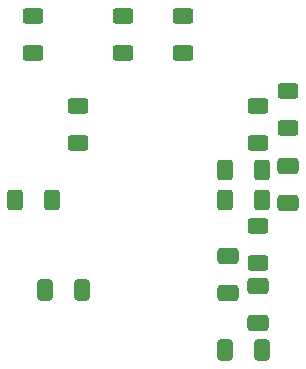
<source format=gbr>
%TF.GenerationSoftware,KiCad,Pcbnew,(6.0.5)*%
%TF.CreationDate,2023-05-17T00:23:09-04:00*%
%TF.ProjectId,as3340_no_mux,61733333-3430-45f6-9e6f-5f6d75782e6b,rev?*%
%TF.SameCoordinates,Original*%
%TF.FileFunction,Paste,Top*%
%TF.FilePolarity,Positive*%
%FSLAX46Y46*%
G04 Gerber Fmt 4.6, Leading zero omitted, Abs format (unit mm)*
G04 Created by KiCad (PCBNEW (6.0.5)) date 2023-05-17 00:23:09*
%MOMM*%
%LPD*%
G01*
G04 APERTURE LIST*
G04 Aperture macros list*
%AMRoundRect*
0 Rectangle with rounded corners*
0 $1 Rounding radius*
0 $2 $3 $4 $5 $6 $7 $8 $9 X,Y pos of 4 corners*
0 Add a 4 corners polygon primitive as box body*
4,1,4,$2,$3,$4,$5,$6,$7,$8,$9,$2,$3,0*
0 Add four circle primitives for the rounded corners*
1,1,$1+$1,$2,$3*
1,1,$1+$1,$4,$5*
1,1,$1+$1,$6,$7*
1,1,$1+$1,$8,$9*
0 Add four rect primitives between the rounded corners*
20,1,$1+$1,$2,$3,$4,$5,0*
20,1,$1+$1,$4,$5,$6,$7,0*
20,1,$1+$1,$6,$7,$8,$9,0*
20,1,$1+$1,$8,$9,$2,$3,0*%
G04 Aperture macros list end*
%ADD10RoundRect,0.250000X0.625000X-0.400000X0.625000X0.400000X-0.625000X0.400000X-0.625000X-0.400000X0*%
%ADD11RoundRect,0.250000X-0.400000X-0.625000X0.400000X-0.625000X0.400000X0.625000X-0.400000X0.625000X0*%
%ADD12RoundRect,0.250000X-0.412500X-0.650000X0.412500X-0.650000X0.412500X0.650000X-0.412500X0.650000X0*%
%ADD13RoundRect,0.250000X-0.625000X0.400000X-0.625000X-0.400000X0.625000X-0.400000X0.625000X0.400000X0*%
%ADD14RoundRect,0.250000X0.650000X-0.412500X0.650000X0.412500X-0.650000X0.412500X-0.650000X-0.412500X0*%
%ADD15RoundRect,0.250000X-0.650000X0.412500X-0.650000X-0.412500X0.650000X-0.412500X0.650000X0.412500X0*%
%ADD16RoundRect,0.250000X0.400000X0.625000X-0.400000X0.625000X-0.400000X-0.625000X0.400000X-0.625000X0*%
%ADD17RoundRect,0.250000X0.412500X0.650000X-0.412500X0.650000X-0.412500X-0.650000X0.412500X-0.650000X0*%
G04 APERTURE END LIST*
D10*
%TO.C,R2*%
X50800000Y-119660000D03*
X50800000Y-116560000D03*
%TD*%
D11*
%TO.C,R46*%
X67030000Y-132080000D03*
X70130000Y-132080000D03*
%TD*%
D12*
%TO.C,C7*%
X51777500Y-139700000D03*
X54902500Y-139700000D03*
%TD*%
D13*
%TO.C,R16*%
X63500000Y-116560000D03*
X63500000Y-119660000D03*
%TD*%
%TO.C,R4*%
X72390000Y-122910000D03*
X72390000Y-126010000D03*
%TD*%
D14*
%TO.C,C2*%
X69850000Y-142532500D03*
X69850000Y-139407500D03*
%TD*%
D15*
%TO.C,C9*%
X72390000Y-129247500D03*
X72390000Y-132372500D03*
%TD*%
%TO.C,C11*%
X67310000Y-136867500D03*
X67310000Y-139992500D03*
%TD*%
D13*
%TO.C,R26*%
X69850000Y-124180000D03*
X69850000Y-127280000D03*
%TD*%
%TO.C,R12*%
X69850000Y-134340000D03*
X69850000Y-137440000D03*
%TD*%
D16*
%TO.C,R50*%
X52350000Y-132080000D03*
X49250000Y-132080000D03*
%TD*%
%TO.C,R25*%
X70130000Y-129540000D03*
X67030000Y-129540000D03*
%TD*%
D17*
%TO.C,C3*%
X70142500Y-144780000D03*
X67017500Y-144780000D03*
%TD*%
D13*
%TO.C,R38*%
X54610000Y-124180000D03*
X54610000Y-127280000D03*
%TD*%
D10*
%TO.C,R6*%
X58420000Y-119660000D03*
X58420000Y-116560000D03*
%TD*%
M02*

</source>
